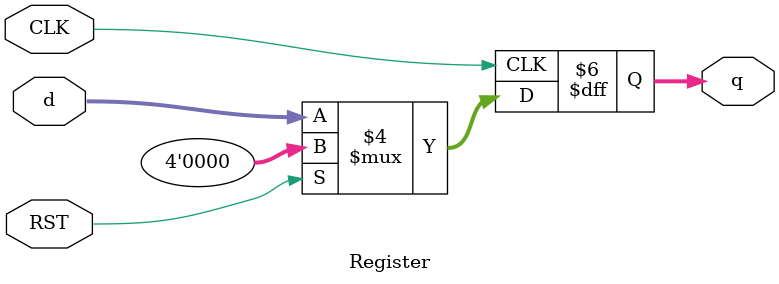
<source format=v>
`timescale 1ns / 1ps

module Register #(parameter WL = 4)
                 (input CLK, RST,
                  input [WL-1:0] d,
                  output reg [WL-1:0] q);
                  
    always @ (posedge CLK) begin
        if (!RST)
            q <= d;
        else
            q <= 4'b0;
    end
                  
endmodule

</source>
